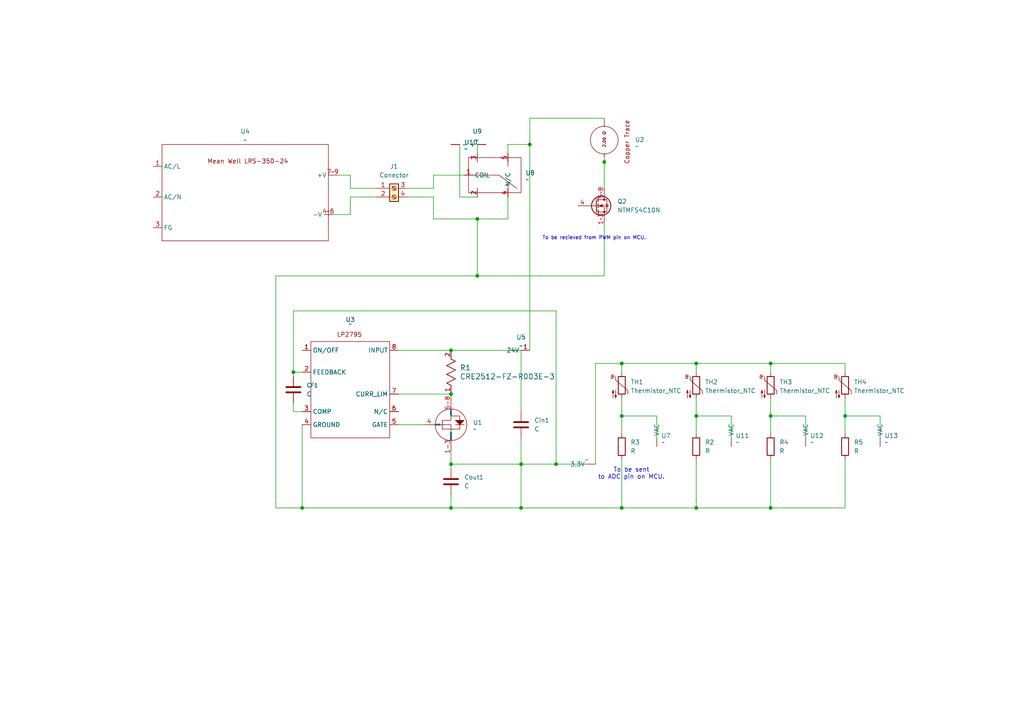
<source format=kicad_sch>
(kicad_sch (version 20231120) (generator "eeschema") (generator_version "8.0")
  (paper "A4")
  (title_block (title "Kapton PCB Heater") (date "2025-02-02") (company "QRET"))
  (lib_symbols
    (symbol "Device:C" (pin_numbers hide) (pin_names (offset 0.254))
      (property "Reference" "C" (at 0.635 2.54 0))
      (property "Value" "C" (at 0.635 -2.54 0))
      (symbol "C_0_1"
        (polyline (pts (xy -2.032 -0.762) (xy 2.032 -0.762)) (stroke (width 0.508)))
        (polyline (pts (xy -2.032 0.762) (xy 2.032 0.762)) (stroke (width 0.508)))
      )
      (symbol "C_1_1"
        (pin passive line (at 0 3.81 270) (length 2.794) (name "~") (number "1"))
        (pin passive line (at 0 -3.81 90) (length 2.794) (name "~") (number "2"))
      )
    )
    (symbol "Device:R" (pin_numbers hide) (pin_names (offset 0))
      (property "Reference" "R" (at 2.032 0 90))
      (property "Value" "R" (at 0 0 90))
      (symbol "R_0_1"
        (rectangle (start -1.016 -2.54) (end 1.016 2.54) (stroke (width 0.254)))
      )
      (symbol "R_1_1"
        (pin passive line (at 0 3.81 270) (length 1.27) (name "~") (number "1"))
        (pin passive line (at 0 -3.81 90) (length 1.27) (name "~") (number "2"))
      )
    )
    (symbol "Device:Thermistor_NTC" (pin_numbers hide) (pin_names (offset 0))
      (property "Reference" "TH" (at -4.445 0 90))
      (property "Value" "Thermistor_NTC" (at 3.175 0 90))
      (symbol "Thermistor_NTC_0_1"
        (arc (start -3.048 2.159) (mid -3.0495 2.3143) (end -3.175 2.413))
        (arc (start -3.048 2.159) (mid -2.9736 1.9794) (end -2.794 1.905))
        (arc (start -3.048 2.794) (mid -2.9736 2.6144) (end -2.794 2.54))
        (arc (start -2.794 1.905) (mid -2.6144 1.9794) (end -2.54 2.159))
        (arc (start -2.794 2.54) (mid -2.4393 2.5587) (end -2.159 2.794))
        (arc (start -2.794 3.048) (mid -2.9736 2.9736) (end -3.048 2.794))
        (arc (start -2.54 2.794) (mid -2.6144 2.9736) (end -2.794 3.048))
        (rectangle (start -1.016 2.54) (end 1.016 -2.54) (stroke (width 0.254)))
        (polyline (pts (xy -2.54 2.159) (xy -2.54 2.794)))
        (polyline (pts (xy -1.778 2.54) (xy -1.778 1.524) (xy 1.778 -1.524) (xy 1.778 -2.54)))
        (polyline (pts (xy -2.54 -3.683) (xy -2.54 -1.397) (xy -2.794 -2.159) (xy -2.286 -2.159) (xy -2.54 -1.397) (xy -2.54 -1.651)) (fill (type outline)))
        (polyline (pts (xy -1.778 -1.397) (xy -1.778 -3.683) (xy -2.032 -2.921) (xy -1.524 -2.921) (xy -1.778 -3.683) (xy -1.778 -3.429)) (fill (type outline)))
      )
      (symbol "Thermistor_NTC_1_1"
        (pin passive line (at 0 3.81 270) (length 1.27) (name "~") (number "1"))
        (pin passive line (at 0 -3.81 90) (length 1.27) (name "~") (number "2"))
      )
    )
    (symbol "Kapton PCB:24V_INPUT"
      (property "Reference" "U" (at 0 0 0))
      (symbol "24V_INPUT_1_1"
        (pin input line (at 2.54 1.27 180) (length 2.54) (name "24V") (number "1"))
      )
    )
    (symbol "Kapton PCB:3.3V"
      (property "Reference" "U" (at 0 0 0))
      (symbol "3.3V_1_1"
        (pin output line (at 2.54 1.27 180) (length 2.54) (name "3.3V") (number ""))
      )
    )
    (symbol "Kapton PCB:COIL_PIN_1"
      (property "Reference" "U" (at 0 0 0))
      (symbol "COIL_PIN_1_1_1"
        (pin input line (at -1.27 3.81 0) (length 2.54) (name "+") (number ""))
      )
    )
    (symbol "Kapton PCB:COIL_PIN_2"
      (property "Reference" "U" (at 0 0 0))
      (symbol "COIL_PIN_2_1_1"
        (pin output line (at -1.27 2.54 0) (length 2.54) (name "-") (number ""))
      )
    )
    (symbol "Kapton PCB:CRE2512-FZ-R003E-3" (pin_names (offset 0.254))
      (property "Reference" "R" (at 5.715 3.81 0))
      (property "Value" "CRE2512-FZ-R003E-3" (at 6.35 -3.81 0))
      (symbol "CRE2512-FZ-R003E-3_1_1"
        (polyline (pts (xy 2.54 0) (xy 3.175 1.27)) (stroke (width 0.2032)))
        (polyline (pts (xy 3.175 1.27) (xy 4.445 -1.27)) (stroke (width 0.2032)))
        (polyline (pts (xy 4.445 -1.27) (xy 5.715 1.27)) (stroke (width 0.2032)))
        (polyline (pts (xy 5.715 1.27) (xy 6.985 -1.27)) (stroke (width 0.2032)))
        (polyline (pts (xy 6.985 -1.27) (xy 8.255 1.27)) (stroke (width 0.2032)))
        (polyline (pts (xy 8.255 1.27) (xy 9.525 -1.27)) (stroke (width 0.2032)))
        (polyline (pts (xy 9.525 -1.27) (xy 10.16 0)) (stroke (width 0.2032)))
        (pin input line (at 0 0 0) (length 2.54) (name "") (number "1"))
        (pin output line (at 12.7 0 180) (length 2.54) (name "") (number "2"))
      )
      (symbol "CRE2512-FZ-R003E-3_1_2"
        (polyline (pts (xy -1.27 3.175) (xy 1.27 4.445)) (stroke (width 0.2032)))
        (polyline (pts (xy -1.27 5.715) (xy 1.27 6.985)) (stroke (width 0.2032)))
        (polyline (pts (xy -1.27 8.255) (xy 1.27 9.525)) (stroke (width 0.2032)))
        (polyline (pts (xy 0 2.54) (xy -1.27 3.175)) (stroke (width 0.2032)))
        (polyline (pts (xy 1.27 4.445) (xy -1.27 5.715)) (stroke (width 0.2032)))
        (polyline (pts (xy 1.27 6.985) (xy -1.27 8.255)) (stroke (width 0.2032)))
        (polyline (pts (xy 1.27 9.525) (xy 0 10.16)) (stroke (width 0.2032)))
        (pin unspecified line (at 0 12.7 270) (length 2.54) (name "") (number "1"))
        (pin unspecified line (at 0 0 90) (length 2.54) (name "") (number "2"))
      )
    )
    (symbol "Kapton PCB:Conector" (pin_names (offset 1.016) hide)
      (property "Reference" "J" (at 0 2.54 0))
      (property "Value" "Conector" (at 0 -5.08 0))
      (symbol "Conector_1_1"
        (rectangle (start -1.27 1.27) (end 1.27 -3.81) (stroke (width 0.254)) (fill (type background)))
        (circle (center 0 -2.54) (radius 0.635) (stroke (width 0.1524)))
        (polyline (pts (xy -0.5334 -2.2098) (xy 0.3302 -3.048)) (stroke (width 0.1524)))
        (polyline (pts (xy -0.5334 0.3302) (xy 0.3302 -0.508)) (stroke (width 0.1524)))
        (polyline (pts (xy -0.3556 -2.032) (xy 0.508 -2.8702)) (stroke (width 0.1524)))
        (polyline (pts (xy -0.3556 0.508) (xy 0.508 -0.3302)) (stroke (width 0.1524)))
        (circle (center 0 0) (radius 0.635) (stroke (width 0.1524)))
        (pin passive line (at -5.08 0 0) (length 3.81) (name "Pin_1") (number "1"))
        (pin passive line (at -5.08 -2.54 0) (length 3.81) (name "Pin_2") (number "2"))
        (pin output line (at 3.81 0 180) (length 2.54) (name "") (number "3"))
        (pin output line (at 3.81 -2.54 180) (length 2.54) (name "") (number "4"))
      )
    )
    (symbol "Kapton PCB:LP2975"
      (property "Reference" "U3" (at 2.54 25.4 0))
      (property "Value" "~" (at 2.54 24.13 0))
      (symbol "LP2975_0_1"
        (polyline (pts (xy -8.89 -8.89) (xy -8.89 19.05) (xy 13.97 19.05) (xy 13.97 -8.89) (xy -8.89 -8.89) (xy -8.89 5.08)))
      )
      (symbol "LP2975_1_1"
        (text "LP2795\n" (at 2.286 21.082 0) (effects (font (size 1.27 1.27))))
        (pin input line (at -11.43 16.51 0) (length 2.54) (name "ON/OFF") (number "1"))
        (pin input line (at -11.43 10.16 0) (length 2.54) (name "FEEDBACK") (number "2"))
        (pin input line (at -11.43 -1.27 0) (length 2.54) (name "COMP") (number "3"))
        (pin input line (at -11.43 -5.08 0) (length 2.54) (name "GROUND") (number "4"))
        (pin input line (at 16.51 -5.08 180) (length 2.54) (name "GATE") (number "5"))
        (pin passive line (at 16.51 -1.27 180) (length 2.54) (name "N/C") (number "6"))
        (pin input line (at 16.51 3.81 180) (length 2.54) (name "CURR_LIM") (number "7"))
        (pin input line (at 16.51 16.51 180) (length 2.54) (name "INPUT") (number "8"))
      )
    )
    (symbol "Kapton PCB:Mechanical_Switch_Relay"
      (property "Reference" "U8" (at 8.89 8.2551 0))
      (property "Value" "~" (at 8.89 6.35 0))
      (symbol "Mechanical_Switch_Relay_0_1"
        (rectangle (start -7.62 12.7) (end 7.62 2.54))
        (polyline (pts (xy 3.81 3.81) (xy 3.81 5.08)))
        (polyline (pts (xy 3.81 11.43) (xy 3.81 10.16)))
        (polyline (pts (xy -6.35 7.62) (xy 1.27 7.62) (xy 6.35 3.81)))
      )
      (symbol "Mechanical_Switch_Relay_1_1"
        (pin input line (at -8.89 7.62 0) (length 2.54) (name "COIL") (number "1"))
        (pin input line (at -5.08 1.27 90) (length 2.54) (name "") (number "2"))
        (pin input line (at -5.08 13.97 270) (length 2.54) (name "") (number "3"))
        (pin output line (at 3.81 1.27 90) (length 2.54) (name "N/C") (number "4"))
        (pin output line (at 3.81 13.97 270) (length 2.54) (name "") (number "5"))
      )
    )
    (symbol "Kapton PCB:NTMFS4C10N" (pin_names hide)
      (property "Reference" "Q2" (at 6.35 1.2701 0))
      (property "Value" "NTMFS4C10N" (at 6.35 -1.2699 0))
      (symbol "NTMFS4C10N_0_1"
        (polyline (pts (xy 0.254 0) (xy -2.54 0)))
        (polyline (pts (xy 0.254 1.905) (xy 0.254 -1.905)) (stroke (width 0.254)))
        (polyline (pts (xy 0.762 -1.27) (xy 0.762 -2.286)) (stroke (width 0.254)))
        (polyline (pts (xy 0.762 0.508) (xy 0.762 -0.508)) (stroke (width 0.254)))
        (polyline (pts (xy 0.762 2.286) (xy 0.762 1.27)) (stroke (width 0.254)))
        (polyline (pts (xy 2.54 2.54) (xy 2.54 1.778)))
        (polyline (pts (xy 2.54 -2.54) (xy 2.54 0) (xy 0.762 0)))
        (polyline (pts (xy 0.762 -1.778) (xy 3.302 -1.778) (xy 3.302 1.778) (xy 0.762 1.778)))
        (polyline (pts (xy 1.016 0) (xy 2.032 0.381) (xy 2.032 -0.381) (xy 1.016 0)) (fill (type outline)))
        (polyline (pts (xy 2.794 0.508) (xy 2.921 0.381) (xy 3.683 0.381) (xy 3.81 0.254)))
        (polyline (pts (xy 3.302 0.381) (xy 2.921 -0.254) (xy 3.683 -0.254) (xy 3.302 0.381)))
        (circle (center 1.651 0) (radius 2.794) (stroke (width 0.254)))
        (circle (center 2.54 -1.778) (radius 0.254) (fill (type outline)))
        (circle (center 2.54 1.778) (radius 0.254) (fill (type outline)))
      )
      (symbol "NTMFS4C10N_1_1"
        (pin passive line (at 2.54 -5.08 90) (length 2.54) (name "S") (number "1~3"))
        (pin passive line (at 7.62 -6.35 90) (length 2.54) hide (name "S") (number "2"))
        (pin passive line (at 8.89 -6.35 90) (length 2.54) hide (name "S") (number "3"))
        (pin passive line (at -5.08 0 0) (length 2.54) (name "G") (number "4"))
        (pin passive line (at 2.54 5.08 270) (length 2.54) (name "D") (number "5~8"))
      )
    )
    (symbol "Kapton PCB:PFET"
      (property "Reference" "U" (at -4.826 0.508 0))
      (symbol "PFET_0_1"
        (polyline (pts (xy -2.54 11.43) (xy -5.08 11.43)))
        (polyline (pts (xy -2.54 12.7) (xy -2.54 10.16)))
        (polyline (pts (xy 1.27 11.43) (xy 3.81 11.43)))
        (polyline (pts (xy -2.54 11.43) (xy 0 11.43) (xy 0 6.35)))
        (polyline (pts (xy -2.54 12.7) (xy 0 12.7) (xy 0 16.51)))
        (polyline (pts (xy -2.54 10.16) (xy 2.54 10.16) (xy 2.54 13.97) (xy 0 13.97)))
        (polyline (pts (xy 1.27 12.7) (xy 3.81 12.7) (xy 2.54 11.43) (xy 1.27 12.7)) (fill (type color) (color 132 0 0 1)))
        (circle (center 0 11.43) (radius 4.5791))
      )
      (symbol "PFET_1_1"
        (pin output line (at 0 3.81 90) (length 2.54) (name "SOURCE") (number "1-3"))
        (pin input line (at -7.62 11.43 0) (length 2.54) (name "GATE") (number "4"))
        (pin input line (at 0 19.05 270) (length 2.54) (name "DRAIN") (number "5-8"))
      )
    )
    (symbol "Kapton PCB:Resistive_Trace"
      (property "Reference" "U" (at 0 0 0))
      (symbol "Resistive_Trace_0_1"
        (circle (center 0 7.62) (radius 4.0161))
      )
      (symbol "Resistive_Trace_1_1"
        (text "2.06 Ω" (at -0.254 7.62 0) (effects (font (size 0.889 0.889))))
        (text "Copper Trace" (at 0.508 14.224 0) (effects (font (size 1.27 1.27))))
        (pin input line (at -6.35 7.62 0) (length 2.54) (name "") (number ""))
        (pin output line (at 6.35 7.62 180) (length 2.54) (name "") (number ""))
      )
    )
    (symbol "Kapton PCB:Thermisistor_Vout"
      (property "Reference" "U" (at 0 0 0))
      (symbol "Thermisistor_Vout_1_1"
        (pin output line (at 3.81 3.81 180) (length 2.54) (name "VAC") (number ""))
      )
    )
    (symbol "Mean_Well_LRS-350-24_1"
      (property "Reference" "U" (at 3.556 -3.556 0))
      (symbol "Mean_Well_LRS-350-24_1_0_1"
        (rectangle (start -22.86 27.94) (end 25.4 0))
      )
      (symbol "Mean_Well_LRS-350-24_1_1_1"
        (text "Mean Well LRS-350-24\n" (at 2.032 23.114 0) (effects (font (size 1.27 1.27))))
        (pin input line (at -25.4 21.59 0) (length 2.54) (name "AC/L") (number "1"))
        (pin input line (at -25.4 12.7 0) (length 2.54) (name "AC/N") (number "2"))
        (pin input line (at -25.4 3.81 0) (length 2.54) (name "FG") (number "3"))
        (pin output line (at 26.67 7.62 180) (length 2.54) (name "-V") (number "4~6"))
        (pin output line (at 27.94 19.05 180) (length 2.54) (name "+V") (number "7~9"))
      )
    )
  )
  (junction (at 138.43 63.5))
  (junction (at 180.34 105.41))
  (junction (at 151.13 134.62))
  (junction (at 130.81 101.6))
  (junction (at 201.93 147.32))
  (junction (at 223.52 147.32))
  (junction (at 85.09 107.95))
  (junction (at 151.13 147.32))
  (junction (at 87.63 147.32))
  (junction (at 153.67 41.91))
  (junction (at 130.81 134.62))
  (junction (at 201.93 120.65))
  (junction (at 245.11 120.65))
  (junction (at 180.34 147.32))
  (junction (at 130.81 147.32))
  (junction (at 201.93 105.41))
  (junction (at 223.52 105.41))
  (junction (at 223.52 120.65))
  (junction (at 175.26 46.99))
  (junction (at 180.34 120.65))
  (junction (at 161.29 134.62))
  (junction (at 130.81 114.3))
  (junction (at 138.43 80.01))
  (wire (pts (xy 245.11 120.65) (xy 255.27 120.65)))
  (wire (pts (xy 201.93 120.65) (xy 212.09 120.65)))
  (wire (pts (xy 245.11 120.65) (xy 245.11 125.73)))
  (wire (pts (xy 245.11 105.41) (xy 245.11 107.95)))
  (wire (pts (xy 180.34 133.35) (xy 180.34 147.32)))
  (wire (pts (xy 180.34 105.41) (xy 180.34 107.95)))
  (wire (pts (xy 201.93 147.32) (xy 201.93 133.35)))
  (wire (pts (xy 85.09 107.95) (xy 87.63 107.95)))
  (wire (pts (xy 115.57 123.19) (xy 123.19 123.19)))
  (wire (pts (xy 223.52 115.57) (xy 223.52 120.65)))
  (wire (pts (xy 180.34 147.32) (xy 201.93 147.32)))
  (wire (pts (xy 115.57 114.3) (xy 130.81 114.3)))
  (wire (pts (xy 147.32 44.45) (xy 147.32 41.91)))
  (wire (pts (xy 151.13 119.38) (xy 151.13 101.6)))
  (wire (pts (xy 151.13 127) (xy 151.13 134.62)))
  (wire (pts (xy 125.73 63.5) (xy 138.43 63.5)))
  (wire (pts (xy 147.32 41.91) (xy 153.67 41.91)))
  (wire (pts (xy 180.34 105.41) (xy 201.93 105.41)))
  (wire (pts (xy 223.52 105.41) (xy 245.11 105.41)))
  (wire (pts (xy 80.01 80.01) (xy 80.01 147.32)))
  (wire (pts (xy 180.34 120.65) (xy 190.5 120.65)))
  (wire (pts (xy 130.81 134.62) (xy 130.81 135.89)))
  (wire (pts (xy 223.52 147.32) (xy 245.11 147.32)))
  (wire (pts (xy 151.13 147.32) (xy 180.34 147.32)))
  (wire (pts (xy 245.11 133.35) (xy 245.11 147.32)))
  (wire (pts (xy 130.81 130.81) (xy 130.81 134.62)))
  (wire (pts (xy 87.63 123.19) (xy 87.63 147.32)))
  (wire (pts (xy 175.26 80.01) (xy 175.26 64.77)))
  (wire (pts (xy 147.32 57.15) (xy 147.32 63.5)))
  (wire (pts (xy 138.43 80.01) (xy 175.26 80.01)))
  (wire (pts (xy 85.09 107.95) (xy 85.09 109.22)))
  (wire (pts (xy 255.27 120.65) (xy 255.27 127)))
  (wire (pts (xy 87.63 147.32) (xy 130.81 147.32)))
  (wire (pts (xy 233.68 120.65) (xy 233.68 127)))
  (wire (pts (xy 175.26 45.72) (xy 175.26 46.99)))
  (wire (pts (xy 130.81 134.62) (xy 151.13 134.62)))
  (wire (pts (xy 161.29 90.17) (xy 161.29 134.62)))
  (wire (pts (xy 153.67 41.91) (xy 153.67 101.6)))
  (wire (pts (xy 133.35 41.91) (xy 133.35 57.15)))
  (wire (pts (xy 138.43 41.91) (xy 138.43 44.45)))
  (wire (pts (xy 175.26 46.99) (xy 175.26 54.61)))
  (wire (pts (xy 138.43 57.15) (xy 133.35 57.15)))
  (wire (pts (xy 85.09 119.38) (xy 87.63 119.38)))
  (wire (pts (xy 151.13 134.62) (xy 151.13 147.32)))
  (wire (pts (xy 201.93 147.32) (xy 223.52 147.32)))
  (wire (pts (xy 125.73 54.61) (xy 125.73 50.8)))
  (wire (pts (xy 151.13 134.62) (xy 161.29 134.62)))
  (wire (pts (xy 101.6 54.61) (xy 109.22 54.61)))
  (wire (pts (xy 80.01 147.32) (xy 87.63 147.32)))
  (wire (pts (xy 201.93 105.41) (xy 223.52 105.41)))
  (wire (pts (xy 125.73 57.15) (xy 118.11 57.15)))
  (wire (pts (xy 172.72 105.41) (xy 180.34 105.41)))
  (wire (pts (xy 130.81 143.51) (xy 130.81 147.32)))
  (wire (pts (xy 245.11 115.57) (xy 245.11 120.65)))
  (wire (pts (xy 125.73 57.15) (xy 125.73 63.5)))
  (wire (pts (xy 125.73 50.8) (xy 134.62 50.8)))
  (wire (pts (xy 201.93 115.57) (xy 201.93 120.65)))
  (wire (pts (xy 153.67 34.29) (xy 175.26 34.29)))
  (wire (pts (xy 138.43 80.01) (xy 80.01 80.01)))
  (wire (pts (xy 138.43 63.5) (xy 138.43 80.01)))
  (wire (pts (xy 97.79 50.8) (xy 101.6 50.8)))
  (wire (pts (xy 161.29 134.62) (xy 170.18 134.62)))
  (wire (pts (xy 101.6 62.23) (xy 101.6 57.15)))
  (wire (pts (xy 118.11 54.61) (xy 125.73 54.61)))
  (wire (pts (xy 85.09 90.17) (xy 161.29 90.17)))
  (wire (pts (xy 85.09 90.17) (xy 85.09 107.95)))
  (wire (pts (xy 101.6 50.8) (xy 101.6 54.61)))
  (wire (pts (xy 130.81 114.3) (xy 130.81 115.57)))
  (wire (pts (xy 201.93 105.41) (xy 201.93 107.95)))
  (wire (pts (xy 96.52 62.23) (xy 101.6 62.23)))
  (wire (pts (xy 130.81 101.6) (xy 151.13 101.6)))
  (wire (pts (xy 172.72 134.62) (xy 172.72 105.41)))
  (wire (pts (xy 190.5 120.65) (xy 190.5 127)))
  (wire (pts (xy 212.09 120.65) (xy 212.09 127)))
  (wire (pts (xy 223.52 105.41) (xy 223.52 107.95)))
  (wire (pts (xy 223.52 120.65) (xy 233.68 120.65)))
  (wire (pts (xy 130.81 147.32) (xy 151.13 147.32)))
  (wire (pts (xy 223.52 120.65) (xy 223.52 125.73)))
  (wire (pts (xy 85.09 116.84) (xy 85.09 119.38)))
  (wire (pts (xy 180.34 115.57) (xy 180.34 120.65)))
  (wire (pts (xy 115.57 101.6) (xy 130.81 101.6)))
  (wire (pts (xy 153.67 34.29) (xy 153.67 41.91)))
  (wire (pts (xy 147.32 63.5) (xy 138.43 63.5)))
  (wire (pts (xy 201.93 120.65) (xy 201.93 125.73)))
  (wire (pts (xy 223.52 133.35) (xy 223.52 147.32)))
  (wire (pts (xy 101.6 57.15) (xy 109.22 57.15)))
  (wire (pts (xy 180.34 120.65) (xy 180.34 125.73)))
  (text "To be sent\n to ADC pin on MCU. " (at 183.134 137.414 0) (effects (font (size 1.27 1.27))))
  (text "To be recieved from PWM pin on MCU. " (at 172.72 69.088 0) (effects (font (size 1.016 1.016))))
  (symbol (lib_id "Kapton PCB:COIL_PIN_1") (at 139.7 38.1 180) (unit 1)
    (property "Reference" "U9" (at 138.43 38.1 0))
    (property "Value" "~" (at 138.43 40.64 0))
  )
  (symbol (lib_id "Device:R") (at 245.11 129.54 0) (unit 1)
    (property "Reference" "R5" (at 247.65 128.2699 0) (effects (justify left)))
    (property "Value" "R" (at 247.65 130.8099 0) (effects (justify left)))
    (property "Footprint" "footprints:Thermistor Resistors" (effects (hide yes)))
    (property "Description" "Resistor" (effects (hide yes)))
  )
  (symbol (lib_id "Kapton PCB:CRE2512-FZ-R003E-3") (at 130.81 114.3 90) (unit 1)
    (property "Reference" "R1" (at 133.35 106.6799 90) (effects (font (size 1.524 1.524)) (justify right)))
    (property "Value" "CRE2512-FZ-R003E-3" (at 133.35 109.2199 90) (effects (font (size 1.524 1.524)) (justify right)))
    (property "Footprint" "footprints:PFET Resistor" (effects (hide yes)))
  )
  (symbol (lib_id "Device:C") (at 130.81 139.7 0) (unit 1)
    (property "Reference" "Cout1" (at 134.62 138.4299 0) (effects (justify left)))
    (property "Value" "C" (at 134.62 140.9699 0) (effects (justify left)))
    (property "Footprint" "footprints:Cout" (effects (hide yes)))
    (property "Description" "Unpolarized capacitor" (effects (hide yes)))
  )
  (symbol (lib_id "Kapton PCB:Thermisistor_Vout") (at 208.28 125.73 270) (unit 1)
    (property "Reference" "U11" (at 213.36 126.3649 90) (effects (justify left)))
    (property "Value" "~" (at 213.36 128.27 90) (effects (justify left)))
  )
  (symbol (lib_id "Device:Thermistor_NTC") (at 201.93 111.76 0) (unit 1)
    (property "Reference" "TH2" (at 204.47 110.8074 0) (effects (justify left)))
    (property "Value" "Thermistor_NTC" (at 204.47 113.3474 0) (effects (justify left)))
    (property "Footprint" "footprints:Thermistor" (effects (hide yes)))
    (property "Description" "Temperature dependent resistor, negative temperature coefficient" (effects (hide yes)))
  )
  (symbol (lib_id "Kapton PCB:Thermisistor_Vout") (at 229.87 125.73 270) (unit 1)
    (property "Reference" "U12" (at 234.95 126.3649 90) (effects (justify left)))
    (property "Value" "~" (at 234.95 128.27 90) (effects (justify left)))
  )
  (symbol (lib_id "Device:Thermistor_NTC") (at 180.34 111.76 0) (unit 1)
    (property "Reference" "TH1" (at 182.88 110.8074 0) (effects (justify left)))
    (property "Value" "Thermistor_NTC" (at 182.88 113.3474 0) (effects (justify left)))
    (property "Footprint" "footprints:Thermistor" (effects (hide yes)))
    (property "Description" "Temperature dependent resistor, negative temperature coefficient" (effects (hide yes)))
  )
  (symbol (lib_id "Device:R") (at 223.52 129.54 0) (unit 1)
    (property "Reference" "R4" (at 226.06 128.2699 0) (effects (justify left)))
    (property "Value" "R" (at 226.06 130.8099 0) (effects (justify left)))
    (property "Footprint" "footprints:Thermistor Resistors" (effects (hide yes)))
    (property "Description" "Resistor" (effects (hide yes)))
  )
  (symbol (lib_id "Device:C") (at 85.09 113.03 0) (unit 1)
    (property "Reference" "CF1" (at 88.9 111.76 0) (effects (font (size 1.143 1.143)) (justify left)))
    (property "Value" "C" (at 88.9 114.2999 0) (effects (justify left)))
    (property "Footprint" "footprints:Cf" (effects (hide yes)))
    (property "Description" "Unpolarized capacitor" (effects (hide yes)))
  )
  (symbol (lib_id "Kapton PCB:3.3V") (at 170.18 135.89 0) (unit 1)
    (property "Reference" "U6" (effects (hide yes)))
    (property "Value" "~" (at 170.18 133.35 0))
  )
  (symbol (lib_id "Kapton PCB:Mechanical_Switch_Relay") (at 143.51 58.42 0) (unit 1)
    (property "Reference" "U8" (at 152.4 50.1649 0) (effects (justify left)))
    (property "Value" "~" (at 152.4 52.07 0) (effects (justify left)))
    (property "Footprint" "footprints:Relay" (effects (hide yes)))
  )
  (symbol (lib_id "Kapton PCB:NTMFS4C10N") (at 172.72 59.69 0) (unit 1)
    (property "Reference" "Q2" (at 179.07 58.4199 0) (effects (justify left)))
    (property "Value" "NTMFS4C10N" (at 179.07 60.9599 0) (effects (justify left)))
    (property "Footprint" "Package_DFN_QFN:PQFN-8-EP_6x5mm_P1.27mm_Generic" (effects (hide yes)))
  )
  (symbol (lib_id "Kapton PCB:24V_INPUT") (at 151.13 102.87 0) (unit 1)
    (property "Reference" "U5" (at 151.13 97.79 0))
    (property "Value" "~" (at 151.13 100.33 0))
  )
  (symbol (lib_id "Device:Thermistor_NTC") (at 245.11 111.76 0) (unit 1)
    (property "Reference" "TH4" (at 247.65 110.8074 0) (effects (justify left)))
    (property "Value" "Thermistor_NTC" (at 247.65 113.3474 0) (effects (justify left)))
    (property "Footprint" "footprints:Thermistor" (effects (hide yes)))
    (property "Description" "Temperature dependent resistor, negative temperature coefficient" (effects (hide yes)))
  )
  (symbol (lib_id "Device:R") (at 201.93 129.54 0) (unit 1)
    (property "Reference" "R2" (at 204.47 128.2699 0) (effects (justify left)))
    (property "Value" "R" (at 204.47 130.8099 0) (effects (justify left)))
    (property "Footprint" "footprints:Thermistor Resistors" (effects (hide yes)))
    (property "Description" "Resistor" (effects (hide yes)))
  )
  (symbol (lib_id "Kapton PCB:COIL_PIN_2") (at 132.08 44.45 0) (unit 1)
    (property "Reference" "U10" (at 134.62 41.2749 0) (effects (justify left)))
    (property "Value" "~" (at 134.62 43.18 0) (effects (justify left)))
  )
  (symbol (lib_name "Mean_Well_LRS-350-24_1") (lib_id "Kapton PCB:Mean_Well_LRS-350-24") (at 69.85 69.85 0) (unit 1)
    (property "Reference" "U4" (at 71.12 38.1 0))
    (property "Value" "~" (at 71.12 40.64 0))
  )
  (symbol (lib_id "Kapton PCB:Thermisistor_Vout") (at 251.46 125.73 270) (unit 1)
    (property "Reference" "U13" (at 256.54 126.3649 90) (effects (justify left)))
    (property "Value" "~" (at 256.54 128.27 90) (effects (justify left)))
  )
  (symbol (lib_id "Device:Thermistor_NTC") (at 223.52 111.76 0) (unit 1)
    (property "Reference" "TH3" (at 226.06 110.8074 0) (effects (justify left)))
    (property "Value" "Thermistor_NTC" (at 226.06 113.3474 0) (effects (justify left)))
    (property "Footprint" "footprints:Thermistor" (effects (hide yes)))
    (property "Description" "Temperature dependent resistor, negative temperature coefficient" (effects (hide yes)))
  )
  (symbol (lib_id "Kapton PCB:Resistive_Trace") (at 167.64 40.64 270) (unit 1)
    (property "Reference" "U2" (at 184.15 40.5129 90) (effects (justify left)))
    (property "Value" "~" (at 184.15 42.418 90) (effects (justify left)))
  )
  (symbol (lib_id "Device:R") (at 180.34 129.54 0) (unit 1)
    (property "Reference" "R3" (at 182.88 128.2699 0) (effects (justify left)))
    (property "Value" "R" (at 182.88 130.8099 0) (effects (justify left)))
    (property "Footprint" "footprints:Thermistor Resistors" (effects (hide yes)))
    (property "Description" "Resistor" (effects (hide yes)))
  )
  (symbol (lib_id "Kapton PCB:Conector") (at 114.3 54.61 0) (unit 1)
    (property "Reference" "J1" (at 114.3 48.26 0))
    (property "Value" "Conector" (at 114.3 50.8 0))
    (property "Footprint" "footprints:Connector" (effects (hide yes)))
    (property "Description" "Generic screw terminal, single row, 01x02, script generated (kicad-library-utils/schlib/autogen/connector/)" (effects (hide yes)))
  )
  (symbol (lib_id "Kapton PCB:LP2975") (at 99.06 118.11 0) (unit 1)
    (property "Reference" "U3" (at 101.6 92.71 0))
    (property "Value" "~" (at 101.6 93.98 0))
    (property "Footprint" "footprints:SOIC-8" (effects (hide yes)))
  )
  (symbol (lib_id "Device:C") (at 151.13 123.19 0) (unit 1)
    (property "Reference" "Cin1" (at 154.94 121.9199 0) (effects (justify left)))
    (property "Value" "C" (at 154.94 124.4599 0) (effects (justify left)))
    (property "Footprint" "footprints:Cin" (effects (hide yes)))
    (property "Description" "Unpolarized capacitor" (effects (hide yes)))
  )
  (symbol (lib_id "Kapton PCB:PFET") (at 130.81 134.62 0) (unit 1)
    (property "Reference" "U1" (at 137.16 122.5549 0) (effects (justify left)))
    (property "Value" "~" (at 137.16 124.46 0) (effects (justify left)))
    (property "Footprint" "footprints:PFET" (effects (hide yes)))
  )
  (symbol (lib_id "Kapton PCB:Thermisistor_Vout") (at 186.69 125.73 270) (unit 1)
    (property "Reference" "U7" (at 191.77 126.3649 90) (effects (justify left)))
    (property "Value" "~" (at 191.77 128.27 90) (effects (justify left)))
  )
)
</source>
